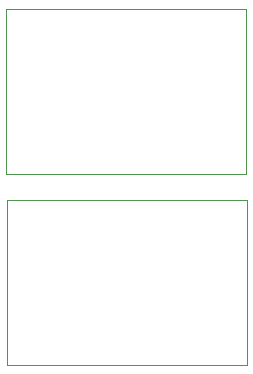
<source format=gm1>
%MOIN*%
%OFA0B0*%
%FSLAX46Y46*%
%IPPOS*%
%LPD*%
%ADD10C,0.0019685039370078744*%
%ADD21C,0.0019685039370078744*%
%LPD*%
G01*
D10*
X0000799999Y0000000000D02*
X0000799999Y0000549999D01*
X0000000000Y0000000000D02*
X0000799999Y0000000000D01*
X0000000000Y0000549999D02*
X0000000000Y0000000000D01*
X0000000000Y0000549999D02*
X0000799999Y0000549999D01*
G04 next file*
%LPD*%
G04 Gerber Fmt 4.6, Leading zero omitted, Abs format (unit mm)*
G04 Created by KiCad (PCBNEW (5.1.10)-1) date 2021-10-03 13:09:16*
G01*
G04 APERTURE LIST*
G04 APERTURE END LIST*
D21*
X0000797637Y0000636614D02*
X0000797637Y0001186614D01*
X-0000002362Y0000636614D02*
X0000797637Y0000636614D01*
X-0000002362Y0001186614D02*
X-0000002362Y0000636614D01*
X-0000002362Y0001186614D02*
X0000797637Y0001186614D01*
M02*
</source>
